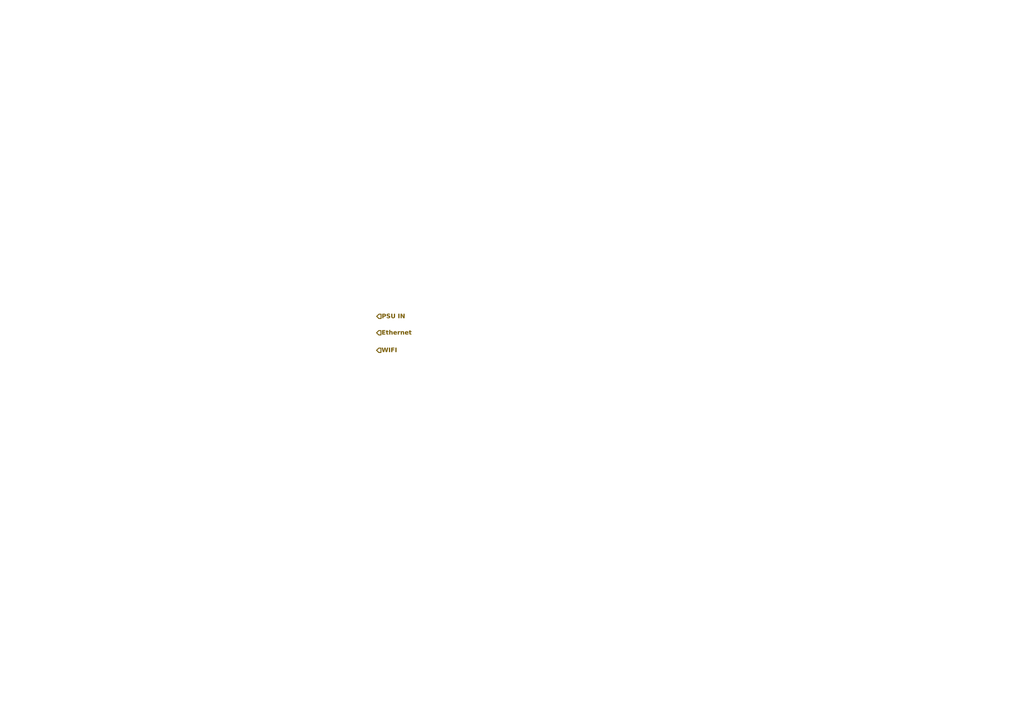
<source format=kicad_sch>
(kicad_sch
	(version 20240101)
	(generator "eeschema")
	(generator_version "8.99")
	(uuid "4aef1d23-0855-488b-9c65-233fd689c12c")
	(paper "A4")
	(lib_symbols)
	(hierarchical_label "PSU IN"
		(shape input)
		(at 109.2592 91.7612 0)
		(fields_autoplaced yes)
		(effects
			(font
				(face "JetBrains Mono")
				(size 1.27 1.27)
				(thickness 0.254)
				(bold yes)
			)
			(justify left)
		)
		(uuid "6e27d035-83ab-46b7-8718-f5a5ab0c36a0")
	)
	(hierarchical_label "Ethernet"
		(shape input)
		(at 109.22 96.52 0)
		(fields_autoplaced yes)
		(effects
			(font
				(face "JetBrains Mono")
				(size 1.27 1.27)
				(thickness 0.254)
				(bold yes)
			)
			(justify left)
		)
		(uuid "95e8416f-f92c-4038-8679-f04335e39210")
	)
	(hierarchical_label "WIFI"
		(shape input)
		(at 109.22 101.6 0)
		(fields_autoplaced yes)
		(effects
			(font
				(face "JetBrains Mono")
				(size 1.27 1.27)
				(thickness 0.254)
				(bold yes)
			)
			(justify left)
		)
		(uuid "e39d284e-4200-4077-b81b-0dfc2dc8e5bf")
	)
)
</source>
